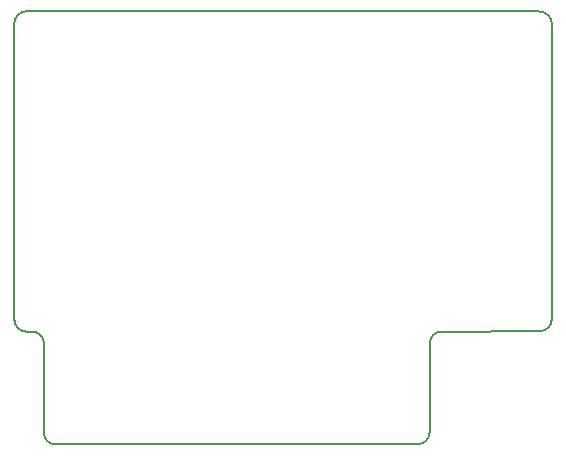
<source format=gbr>
%TF.GenerationSoftware,Altium Limited,Altium Designer,24.2.2 (26)*%
G04 Layer_Color=16711935*
%FSLAX45Y45*%
%MOMM*%
%TF.SameCoordinates,3B1DD697-BB8E-4966-B076-04D6E0BCF24A*%
%TF.FilePolarity,Positive*%
%TF.FileFunction,Keep-out,Top*%
%TF.Part,Single*%
G01*
G75*
%TA.AperFunction,NonConductor*%
%ADD34C,0.12700*%
D34*
X5115623Y3494977D02*
G03*
X5008880Y3601720I-106743J0D01*
G01*
X670623Y3604323D02*
G03*
X563880Y3497580I0J-106744D01*
G01*
X564503Y993755D02*
G03*
X666099Y892159I101596J0D01*
G01*
X815340Y31659D02*
G03*
X910389Y-63390I95049J0D01*
G01*
X3980180Y-60960D02*
G03*
X4081780Y40640I0J101600D01*
G01*
X5017414Y895708D02*
G03*
X5113007Y991300I0J95592D01*
G01*
X4183380Y891540D02*
G03*
X4081780Y789940I0J-101600D01*
G01*
X815958Y790559D02*
G03*
X714358Y892159I-101600J0D01*
G01*
X666099D02*
X714358D01*
X5113007Y991300D02*
X5115623Y3494977D01*
X670623Y3604323D02*
X5008880Y3601720D01*
X563880Y3497580D02*
X564503Y993755D01*
X815340Y31659D02*
Y788637D01*
X910389Y-63390D02*
X3980180Y-60960D01*
X4081780Y40640D02*
Y789940D01*
X4183380Y891540D02*
X5017414Y895708D01*
%TF.MD5,c85bd7f1c7f5b93b46f71748256cde6f*%
M02*

</source>
